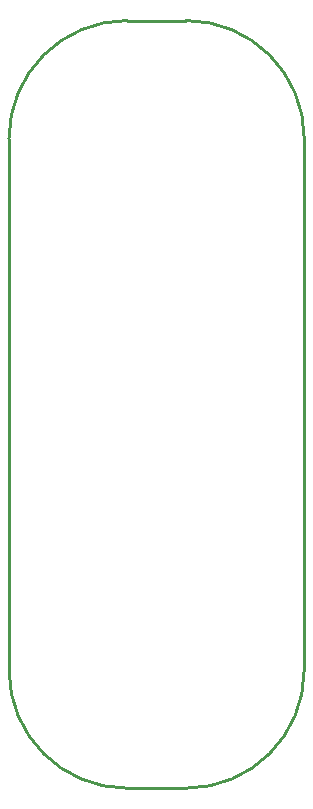
<source format=gko>
G04 Layer: BoardOutlineLayer*
G04 EasyEDA v6.5.9, 2022-09-16 14:53:16*
G04 a67cddfb3fce44daa9051d46cbbcc19f,10*
G04 Gerber Generator version 0.2*
G04 Scale: 100 percent, Rotated: No, Reflected: No *
G04 Dimensions in millimeters *
G04 leading zeros omitted , absolute positions ,4 integer and 5 decimal *
%FSLAX45Y45*%
%MOMM*%

%ADD10C,0.2540*%
D10*
X0Y999997D02*
G01*
X0Y5499988D01*
X1499996Y0D02*
G01*
X999997Y0D01*
X2499995Y5499988D02*
G01*
X2499995Y999997D01*
X999997Y6499987D02*
G01*
X1499996Y6499987D01*
G75*
G01*
X1499997Y6499987D02*
G02*
X2499995Y5499989I0J-999998D01*
G75*
G01*
X2499995Y999998D02*
G02*
X1499997Y0I-999998J0D01*
G75*
G01*
X999998Y0D02*
G02*
X0Y999998I0J999998D01*
G75*
G01*
X0Y5499989D02*
G02*
X999998Y6499987I999998J0D01*

%LPD*%
M02*

</source>
